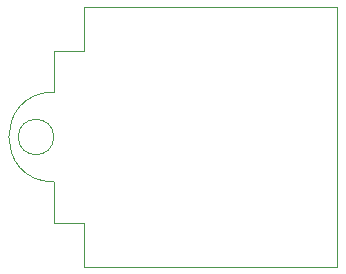
<source format=gbr>
%TF.GenerationSoftware,KiCad,Pcbnew,7.0.2-1.fc38*%
%TF.CreationDate,2023-05-30T17:24:50+02:00*%
%TF.ProjectId,cc1101_pcb,63633131-3031-45f7-9063-622e6b696361,rev?*%
%TF.SameCoordinates,Original*%
%TF.FileFunction,Profile,NP*%
%FSLAX46Y46*%
G04 Gerber Fmt 4.6, Leading zero omitted, Abs format (unit mm)*
G04 Created by KiCad (PCBNEW 7.0.2-1.fc38) date 2023-05-30 17:24:50*
%MOMM*%
%LPD*%
G01*
G04 APERTURE LIST*
%TA.AperFunction,Profile*%
%ADD10C,0.100000*%
%TD*%
G04 APERTURE END LIST*
D10*
X35600000Y-80700000D02*
X33000000Y-80700000D01*
X57000000Y-99000000D02*
X57000000Y-77000000D01*
X33000000Y-91800000D02*
X33000000Y-95300000D01*
X33000000Y-88000000D02*
G75*
G03*
X33000000Y-88000000I-1500000J0D01*
G01*
X33000000Y-80700000D02*
X33000000Y-84200000D01*
X33000000Y-84200000D02*
G75*
G03*
X33000000Y-91800000I0J-3800000D01*
G01*
X35600000Y-77000000D02*
X35600000Y-80700000D01*
X33000000Y-95300000D02*
X35600000Y-95300000D01*
X57000000Y-77000000D02*
X35600000Y-77000000D01*
X56200000Y-99000000D02*
X57000000Y-99000000D01*
X35600000Y-95300000D02*
X35600000Y-99000000D01*
X35600000Y-99000000D02*
X56200000Y-99000000D01*
M02*

</source>
